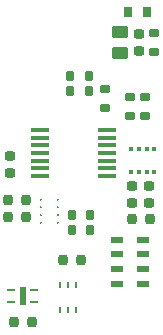
<source format=gbr>
G04 DipTrace 4.3.0.2*
G04 TopPaste.gbr*
%MOIN*%
G04 #@! TF.FileFunction,Paste,Top*
G04 #@! TF.Part,Single*
%AMOUTLINE2*
4,1,28,
-0.026969,-0.011879,
-0.026969,0.011879,
-0.026684,0.014041,
-0.025899,0.015936,
-0.02465,0.017564,
-0.023023,0.018812,
-0.021128,0.019597,
-0.018965,0.019882,
0.018965,0.019882,
0.021128,0.019597,
0.023023,0.018812,
0.02465,0.017564,
0.025899,0.015936,
0.026684,0.014041,
0.026969,0.011879,
0.026969,-0.011879,
0.026684,-0.014041,
0.025899,-0.015936,
0.02465,-0.017564,
0.023023,-0.018812,
0.021128,-0.019597,
0.018965,-0.019882,
-0.018965,-0.019882,
-0.021128,-0.019597,
-0.023023,-0.018812,
-0.02465,-0.017564,
-0.025899,-0.015936,
-0.026684,-0.014041,
-0.026969,-0.011879,
0*%
%AMOUTLINE5*
4,1,28,
0.026969,0.011879,
0.026969,-0.011879,
0.026684,-0.014041,
0.025899,-0.015936,
0.02465,-0.017564,
0.023023,-0.018812,
0.021128,-0.019597,
0.018965,-0.019882,
-0.018965,-0.019882,
-0.021128,-0.019597,
-0.023023,-0.018812,
-0.02465,-0.017564,
-0.025899,-0.015936,
-0.026684,-0.014041,
-0.026969,-0.011879,
-0.026969,0.011879,
-0.026684,0.014041,
-0.025899,0.015936,
-0.02465,0.017564,
-0.023023,0.018812,
-0.021128,0.019597,
-0.018965,0.019882,
0.018965,0.019882,
0.021128,0.019597,
0.023023,0.018812,
0.02465,0.017564,
0.025899,0.015936,
0.026684,0.014041,
0.026969,0.011879,
0*%
%AMOUTLINE8*
4,1,28,
-0.017126,-0.008336,
-0.017126,0.008336,
-0.016882,0.010192,
-0.016215,0.011803,
-0.015154,0.013185,
-0.013771,0.014246,
-0.012161,0.014913,
-0.010304,0.015157,
0.010304,0.015157,
0.012161,0.014913,
0.013771,0.014246,
0.015154,0.013185,
0.016215,0.011803,
0.016882,0.010192,
0.017126,0.008336,
0.017126,-0.008336,
0.016882,-0.010192,
0.016215,-0.011803,
0.015154,-0.013185,
0.013771,-0.014246,
0.012161,-0.014913,
0.010304,-0.015157,
-0.010304,-0.015157,
-0.012161,-0.014913,
-0.013771,-0.014246,
-0.015154,-0.013185,
-0.016215,-0.011803,
-0.016882,-0.010192,
-0.017126,-0.008336,
0*%
%AMOUTLINE11*
4,1,28,
0.017126,0.008336,
0.017126,-0.008336,
0.016882,-0.010192,
0.016215,-0.011803,
0.015154,-0.013185,
0.013771,-0.014246,
0.012161,-0.014913,
0.010304,-0.015157,
-0.010304,-0.015157,
-0.012161,-0.014913,
-0.013771,-0.014246,
-0.015154,-0.013185,
-0.016215,-0.011803,
-0.016882,-0.010192,
-0.017126,-0.008336,
-0.017126,0.008336,
-0.016882,0.010192,
-0.016215,0.011803,
-0.015154,0.013185,
-0.013771,0.014246,
-0.012161,0.014913,
-0.010304,0.015157,
0.010304,0.015157,
0.012161,0.014913,
0.013771,0.014246,
0.015154,0.013185,
0.016215,0.011803,
0.016882,0.010192,
0.017126,0.008336,
0*%
%AMOUTLINE14*
4,1,28,
0.008336,-0.017126,
-0.008335,-0.017126,
-0.010192,-0.016882,
-0.011802,-0.016215,
-0.013185,-0.015154,
-0.014246,-0.013772,
-0.014913,-0.012161,
-0.015157,-0.010305,
-0.015158,0.010303,
-0.014913,0.01216,
-0.014247,0.013771,
-0.013186,0.015153,
-0.011803,0.016214,
-0.010193,0.016881,
-0.008336,0.017126,
0.008335,0.017126,
0.010192,0.016882,
0.011802,0.016215,
0.013185,0.015154,
0.014246,0.013772,
0.014913,0.012161,
0.015157,0.010305,
0.015158,-0.010303,
0.014913,-0.01216,
0.014247,-0.013771,
0.013186,-0.015153,
0.011803,-0.016214,
0.010193,-0.016881,
0.008336,-0.017126,
0*%
%AMOUTLINE17*
4,1,28,
-0.008336,0.017126,
0.008335,0.017126,
0.010192,0.016882,
0.011802,0.016215,
0.013185,0.015154,
0.014246,0.013772,
0.014913,0.012161,
0.015157,0.010305,
0.015158,-0.010303,
0.014913,-0.01216,
0.014247,-0.013771,
0.013186,-0.015153,
0.011803,-0.016214,
0.010193,-0.016881,
0.008336,-0.017126,
-0.008335,-0.017126,
-0.010192,-0.016882,
-0.011802,-0.016215,
-0.013185,-0.015154,
-0.014246,-0.013772,
-0.014913,-0.012161,
-0.015157,-0.010305,
-0.015158,0.010303,
-0.014913,0.01216,
-0.014247,0.013771,
-0.013186,0.015153,
-0.011803,0.016214,
-0.010193,0.016881,
-0.008336,0.017126,
0*%
%AMOUTLINE20*
4,1,28,
-0.008139,0.016339,
0.008139,0.016339,
0.009894,0.016108,
0.011409,0.01548,
0.01271,0.014482,
0.013708,0.01318,
0.014336,0.011665,
0.014567,0.00991,
0.014567,-0.00991,
0.014336,-0.011665,
0.013708,-0.01318,
0.01271,-0.014482,
0.011409,-0.01548,
0.009894,-0.016108,
0.008139,-0.016339,
-0.008139,-0.016339,
-0.009894,-0.016108,
-0.011409,-0.01548,
-0.01271,-0.014482,
-0.013708,-0.01318,
-0.014336,-0.011665,
-0.014567,-0.00991,
-0.014567,0.00991,
-0.014336,0.011665,
-0.013708,0.01318,
-0.01271,0.014482,
-0.011409,0.01548,
-0.009894,0.016108,
-0.008139,0.016339,
0*%
%AMOUTLINE23*
4,1,28,
0.008139,-0.016339,
-0.008139,-0.016339,
-0.009894,-0.016108,
-0.011409,-0.01548,
-0.01271,-0.014482,
-0.013708,-0.01318,
-0.014336,-0.011665,
-0.014567,-0.00991,
-0.014567,0.00991,
-0.014336,0.011665,
-0.013708,0.01318,
-0.01271,0.014482,
-0.011409,0.01548,
-0.009894,0.016108,
-0.008139,0.016339,
0.008139,0.016339,
0.009894,0.016108,
0.011409,0.01548,
0.01271,0.014482,
0.013708,0.01318,
0.014336,0.011665,
0.014567,0.00991,
0.014567,-0.00991,
0.014336,-0.011665,
0.013708,-0.01318,
0.01271,-0.014482,
0.011409,-0.01548,
0.009894,-0.016108,
0.008139,-0.016339,
0*%
%AMOUTLINE26*
4,1,28,
-0.007154,0.017126,
0.007154,0.017126,
0.008706,0.016922,
0.010031,0.016373,
0.011169,0.0155,
0.012042,0.014362,
0.012591,0.013036,
0.012795,0.011485,
0.012795,-0.011485,
0.012591,-0.013036,
0.012042,-0.014362,
0.011169,-0.0155,
0.010031,-0.016373,
0.008706,-0.016922,
0.007154,-0.017126,
-0.007154,-0.017126,
-0.008706,-0.016922,
-0.010031,-0.016373,
-0.011169,-0.0155,
-0.012042,-0.014362,
-0.012591,-0.013036,
-0.012795,-0.011485,
-0.012795,0.011485,
-0.012591,0.013036,
-0.012042,0.014362,
-0.011169,0.0155,
-0.010031,0.016373,
-0.008706,0.016922,
-0.007154,0.017126,
0*%
%AMOUTLINE29*
4,1,28,
0.007154,-0.017126,
-0.007154,-0.017126,
-0.008706,-0.016922,
-0.010031,-0.016373,
-0.011169,-0.0155,
-0.012042,-0.014362,
-0.012591,-0.013036,
-0.012795,-0.011485,
-0.012795,0.011485,
-0.012591,0.013036,
-0.012042,0.014362,
-0.011169,0.0155,
-0.010031,0.016373,
-0.008706,0.016922,
-0.007154,0.017126,
0.007154,0.017126,
0.008706,0.016922,
0.010031,0.016373,
0.011169,0.0155,
0.012042,0.014362,
0.012591,0.013036,
0.012795,0.011485,
0.012795,-0.011485,
0.012591,-0.013036,
0.012042,-0.014362,
0.011169,-0.0155,
0.010031,-0.016373,
0.008706,-0.016922,
0.007154,-0.017126,
0*%
%AMOUTLINE32*
4,1,28,
-0.017126,-0.007154,
-0.017126,0.007154,
-0.016922,0.008706,
-0.016373,0.010031,
-0.0155,0.011169,
-0.014362,0.012042,
-0.013036,0.012591,
-0.011485,0.012795,
0.011485,0.012795,
0.013036,0.012591,
0.014362,0.012042,
0.0155,0.011169,
0.016373,0.010031,
0.016922,0.008706,
0.017126,0.007154,
0.017126,-0.007154,
0.016922,-0.008706,
0.016373,-0.010031,
0.0155,-0.011169,
0.014362,-0.012042,
0.013036,-0.012591,
0.011485,-0.012795,
-0.011485,-0.012795,
-0.013036,-0.012591,
-0.014362,-0.012042,
-0.0155,-0.011169,
-0.016373,-0.010031,
-0.016922,-0.008706,
-0.017126,-0.007154,
0*%
%AMOUTLINE35*
4,1,28,
0.017126,0.007154,
0.017126,-0.007154,
0.016922,-0.008706,
0.016373,-0.010031,
0.0155,-0.011169,
0.014362,-0.012042,
0.013036,-0.012591,
0.011485,-0.012795,
-0.011485,-0.012795,
-0.013036,-0.012591,
-0.014362,-0.012042,
-0.0155,-0.011169,
-0.016373,-0.010031,
-0.016922,-0.008706,
-0.017126,-0.007154,
-0.017126,0.007154,
-0.016922,0.008706,
-0.016373,0.010031,
-0.0155,0.011169,
-0.014362,0.012042,
-0.013036,0.012591,
-0.011485,0.012795,
0.011485,0.012795,
0.013036,0.012591,
0.014362,0.012042,
0.0155,0.011169,
0.016373,0.010031,
0.016922,0.008706,
0.017126,0.007154,
0*%
%AMOUTLINE38*
4,1,20,
-0.00689,-0.007214,
-0.00689,0.007213,
-0.006862,0.007425,
-0.00678,0.007567,
-0.006637,0.007649,
-0.006426,0.007677,
0.006426,0.007677,
0.006637,0.007649,
0.00678,0.007567,
0.006862,0.007425,
0.00689,0.007214,
0.00689,-0.007213,
0.006862,-0.007425,
0.00678,-0.007567,
0.006637,-0.007649,
0.006426,-0.007677,
-0.006426,-0.007677,
-0.006637,-0.007649,
-0.00678,-0.007567,
-0.006862,-0.007425,
-0.00689,-0.007214,
0*%
%AMOUTLINE41*
4,1,4,
0.012795,-0.004921,
-0.012795,-0.004921,
-0.012795,0.004921,
0.012795,0.004921,
0.012795,-0.004921,
0*%
%AMOUTLINE44*
4,1,4,
-0.004331,-0.011614,
-0.004331,0.011614,
0.004331,0.011614,
0.004331,-0.011614,
-0.004331,-0.011614,
0*%
%AMOUTLINE47*
4,1,12,
0.028678,-0.006102,
-0.028678,-0.006102,
-0.028836,-0.006082,
-0.028937,-0.005843,
-0.028937,0.005843,
-0.028916,0.006002,
-0.028678,0.006102,
0.028678,0.006102,
0.028836,0.006082,
0.028937,0.005843,
0.028937,-0.005843,
0.028916,-0.006002,
0.028678,-0.006102,
0*%
%ADD43R,0.023622X0.059055*%
%ADD47R,0.03937X0.019685*%
%ADD55OUTLINE2*%
%ADD58OUTLINE5*%
%ADD61OUTLINE8*%
%ADD64OUTLINE11*%
%ADD67OUTLINE14*%
%ADD70OUTLINE17*%
%ADD73OUTLINE20*%
%ADD76OUTLINE23*%
%ADD79OUTLINE26*%
%ADD82OUTLINE29*%
%ADD85OUTLINE32*%
%ADD88OUTLINE35*%
%ADD91OUTLINE38*%
%ADD94OUTLINE41*%
%ADD97OUTLINE44*%
%ADD100OUTLINE47*%
%FSLAX26Y26*%
G04*
G70*
G90*
G75*
G01*
G04 TopPaste*
%LPD*%
D55*
X812451Y1391486D3*
D58*
Y1458415D3*
D61*
X874950Y1395424D3*
D64*
Y1454479D3*
D61*
X443701Y989173D3*
D64*
Y1048228D3*
X849949Y948227D3*
D61*
X849951Y889172D3*
D64*
X906200Y948227D3*
D61*
X906202Y889172D3*
D67*
X498230Y899951D3*
D70*
X439175Y899949D3*
D67*
X498230Y843701D3*
D70*
X439175D3*
X851672Y837451D3*
D67*
X910727D3*
X516976Y493702D3*
D70*
X457921D3*
D67*
X679479Y699951D3*
D70*
X620424Y699949D3*
D73*
X837402Y1524950D3*
D76*
X900000D3*
D79*
X643651Y1262451D3*
D82*
X706249D3*
D79*
X643652Y1312451D3*
D82*
X706251D3*
D85*
X924950Y1393651D3*
D88*
Y1456249D3*
D85*
X762452Y1206152D3*
D88*
X762450Y1268751D3*
D85*
X893702Y1181152D3*
D88*
Y1243751D3*
D85*
X843699Y1181152D3*
D88*
Y1243751D3*
D79*
X649902Y849950D3*
D82*
X712500D3*
D79*
X649902Y799950D3*
D82*
X712500D3*
D91*
X849066Y993011D3*
X900246Y1069390D3*
X849065Y1069389D3*
X900247Y993012D3*
X925838Y993013D3*
X874656Y1069390D3*
X925837D3*
X874657Y993012D3*
D47*
X800394Y767520D3*
Y669094D3*
X887008Y767520D3*
Y718307D3*
X800394D3*
Y619882D3*
X887008D3*
Y669094D3*
G36*
X603480Y871808D2*
X603032Y871838D1*
X602590Y871926D1*
X602165Y872070D1*
X601761Y872269D1*
X601387Y872519D1*
X601049Y872815D1*
X600753Y873154D1*
X600503Y873528D1*
X600304Y873931D1*
X600159Y874357D1*
X600071Y874798D1*
X600042Y875247D1*
X600071Y875696D1*
X600159Y876137D1*
X600304Y876563D1*
X600503Y876966D1*
X600753Y877340D1*
X601049Y877678D1*
X601387Y877975D1*
X601761Y878224D1*
X602165Y878423D1*
X602590Y878568D1*
X603032Y878656D1*
X603480Y878685D1*
X603507D1*
X603955Y878656D1*
X604396Y878568D1*
X604822Y878423D1*
X605226Y878224D1*
X605600Y877975D1*
X605938Y877678D1*
X606234Y877340D1*
X606484Y876966D1*
X606683Y876563D1*
X606828Y876137D1*
X606915Y875696D1*
X606945Y875247D1*
X606915Y874798D1*
X606828Y874357D1*
X606683Y873931D1*
X606484Y873528D1*
X606234Y873154D1*
X605938Y872815D1*
X605600Y872519D1*
X605226Y872269D1*
X604822Y872070D1*
X604396Y871926D1*
X603955Y871838D1*
X603507Y871808D1*
X603480D1*
G37*
G36*
X600042Y900837D2*
X600072Y901288D1*
X600160Y901731D1*
X600305Y902158D1*
X600504Y902563D1*
X600755Y902938D1*
X601053Y903278D1*
X601392Y903575D1*
X601768Y903826D1*
X602173Y904026D1*
X602600Y904171D1*
X603043Y904259D1*
X603493Y904289D1*
X603944Y904259D1*
X604387Y904171D1*
X604814Y904026D1*
X605219Y903826D1*
X605595Y903575D1*
X605934Y903278D1*
X606232Y902938D1*
X606482Y902563D1*
X606682Y902158D1*
X606827Y901731D1*
X606915Y901288D1*
X606945Y900837D1*
D1*
X606915Y900387D1*
X606827Y899944D1*
X606682Y899516D1*
X606482Y899112D1*
X606232Y898736D1*
X605934Y898397D1*
X605595Y898099D1*
X605219Y897848D1*
X604814Y897649D1*
X604387Y897503D1*
X603944Y897415D1*
X603493Y897386D1*
X603043Y897415D1*
X602600Y897503D1*
X602173Y897649D1*
X601768Y897848D1*
X601392Y898099D1*
X601053Y898397D1*
X600755Y898736D1*
X600504Y899112D1*
X600305Y899516D1*
X600160Y899944D1*
X600072Y900387D1*
X600042Y900837D1*
D1*
G37*
G36*
X603480Y846218D2*
X603032Y846247D1*
X602590Y846335D1*
X602165Y846480D1*
X601761Y846678D1*
X601387Y846928D1*
X601049Y847225D1*
X600753Y847563D1*
X600503Y847937D1*
X600304Y848340D1*
X600159Y848766D1*
X600071Y849207D1*
X600042Y849656D1*
X600071Y850105D1*
X600159Y850546D1*
X600304Y850972D1*
X600503Y851375D1*
X600753Y851749D1*
X601049Y852087D1*
X601387Y852384D1*
X601761Y852634D1*
X602165Y852833D1*
X602590Y852977D1*
X603032Y853065D1*
X603480Y853094D1*
X603507D1*
X603955Y853065D1*
X604396Y852977D1*
X604822Y852833D1*
X605226Y852634D1*
X605600Y852384D1*
X605938Y852087D1*
X606234Y851749D1*
X606484Y851375D1*
X606683Y850972D1*
X606828Y850546D1*
X606915Y850105D1*
X606945Y849656D1*
X606915Y849207D1*
X606828Y848766D1*
X606683Y848340D1*
X606484Y847937D1*
X606234Y847563D1*
X605938Y847225D1*
X605600Y846928D1*
X605226Y846679D1*
X604822Y846480D1*
X604396Y846335D1*
X603955Y846247D1*
X603507Y846218D1*
X603480D1*
G37*
G36*
X600042Y824066D2*
X600072Y824516D1*
X600160Y824959D1*
X600305Y825386D1*
X600504Y825791D1*
X600755Y826167D1*
X601053Y826506D1*
X601392Y826804D1*
X601768Y827055D1*
X602173Y827254D1*
X602600Y827399D1*
X603043Y827488D1*
X603493Y827517D1*
X603944Y827488D1*
X604387Y827399D1*
X604814Y827254D1*
X605219Y827055D1*
X605595Y826804D1*
X605934Y826506D1*
X606232Y826167D1*
X606482Y825791D1*
X606682Y825386D1*
X606827Y824959D1*
X606915Y824516D1*
X606945Y824066D1*
D1*
X606915Y823615D1*
X606827Y823172D1*
X606682Y822745D1*
X606482Y822340D1*
X606232Y821965D1*
X605934Y821625D1*
X605595Y821327D1*
X605219Y821077D1*
X604814Y820877D1*
X604387Y820732D1*
X603944Y820644D1*
X603493Y820614D1*
X603043Y820644D1*
X602600Y820732D1*
X602173Y820877D1*
X601768Y821077D1*
X601392Y821327D1*
X601053Y821625D1*
X600755Y821965D1*
X600504Y822340D1*
X600305Y822745D1*
X600160Y823172D1*
X600072Y823615D1*
X600042Y824066D1*
D1*
G37*
G36*
X546394Y871808D2*
X545945Y871838D1*
X545504Y871926D1*
X545078Y872070D1*
X544675Y872269D1*
X544301Y872519D1*
X543962Y872815D1*
X543666Y873154D1*
X543416Y873528D1*
X543217Y873931D1*
X543073Y874357D1*
X542985Y874798D1*
X542955Y875247D1*
X542985Y875696D1*
X543073Y876137D1*
X543217Y876563D1*
X543416Y876966D1*
X543666Y877340D1*
X543962Y877678D1*
X544301Y877975D1*
X544675Y878224D1*
X545078Y878423D1*
X545504Y878568D1*
X545945Y878656D1*
X546394Y878685D1*
X546420D1*
X546869Y878656D1*
X547310Y878568D1*
X547736Y878423D1*
X548139Y878224D1*
X548513Y877975D1*
X548851Y877678D1*
X549148Y877340D1*
X549398Y876966D1*
X549597Y876563D1*
X549741Y876137D1*
X549829Y875696D1*
X549858Y875247D1*
X549829Y874798D1*
X549741Y874357D1*
X549597Y873931D1*
X549398Y873528D1*
X549148Y873154D1*
X548851Y872815D1*
X548513Y872519D1*
X548139Y872269D1*
X547736Y872070D1*
X547310Y871926D1*
X546869Y871838D1*
X546420Y871808D1*
X546394D1*
G37*
G36*
X542955Y900837D2*
X542985Y901288D1*
X543073Y901731D1*
X543218Y902158D1*
X543418Y902563D1*
X543669Y902938D1*
X543966Y903278D1*
X544306Y903575D1*
X544681Y903826D1*
X545086Y904026D1*
X545514Y904171D1*
X545956Y904259D1*
X546407Y904289D1*
X546857Y904259D1*
X547300Y904171D1*
X547728Y904026D1*
X548133Y903826D1*
X548508Y903575D1*
X548847Y903278D1*
X549145Y902938D1*
X549396Y902563D1*
X549596Y902158D1*
X549741Y901731D1*
X549829Y901288D1*
X549858Y900837D1*
D1*
X549829Y900387D1*
X549741Y899944D1*
X549596Y899516D1*
X549396Y899112D1*
X549145Y898736D1*
X548847Y898397D1*
X548508Y898099D1*
X548133Y897848D1*
X547728Y897649D1*
X547300Y897503D1*
X546857Y897415D1*
X546407Y897386D1*
X545956Y897415D1*
X545514Y897503D1*
X545086Y897649D1*
X544681Y897848D1*
X544306Y898099D1*
X543966Y898397D1*
X543669Y898736D1*
X543418Y899112D1*
X543218Y899516D1*
X543073Y899944D1*
X542985Y900387D1*
X542955Y900837D1*
D1*
G37*
G36*
X546394Y846218D2*
X545945Y846247D1*
X545504Y846335D1*
X545078Y846480D1*
X544675Y846678D1*
X544301Y846928D1*
X543962Y847225D1*
X543666Y847563D1*
X543416Y847937D1*
X543217Y848340D1*
X543073Y848766D1*
X542985Y849207D1*
X542955Y849656D1*
X542985Y850105D1*
X543073Y850546D1*
X543217Y850972D1*
X543416Y851375D1*
X543666Y851749D1*
X543962Y852087D1*
X544301Y852384D1*
X544675Y852634D1*
X545078Y852833D1*
X545504Y852977D1*
X545945Y853065D1*
X546394Y853094D1*
X546420D1*
X546869Y853065D1*
X547310Y852977D1*
X547736Y852833D1*
X548139Y852634D1*
X548513Y852384D1*
X548851Y852087D1*
X549148Y851749D1*
X549398Y851375D1*
X549597Y850972D1*
X549741Y850546D1*
X549829Y850105D1*
X549858Y849656D1*
X549829Y849207D1*
X549741Y848766D1*
X549597Y848340D1*
X549398Y847937D1*
X549148Y847563D1*
X548851Y847225D1*
X548513Y846928D1*
X548139Y846679D1*
X547736Y846480D1*
X547310Y846335D1*
X546869Y846247D1*
X546420Y846218D1*
X546394D1*
G37*
G36*
X542955Y824066D2*
X542985Y824516D1*
X543073Y824959D1*
X543218Y825386D1*
X543418Y825791D1*
X543669Y826167D1*
X543966Y826506D1*
X544306Y826804D1*
X544681Y827055D1*
X545086Y827254D1*
X545514Y827399D1*
X545956Y827488D1*
X546407Y827517D1*
X546857Y827488D1*
X547300Y827399D1*
X547728Y827254D1*
X548133Y827055D1*
X548508Y826804D1*
X548847Y826506D1*
X549145Y826167D1*
X549396Y825791D1*
X549596Y825386D1*
X549741Y824959D1*
X549829Y824516D1*
X549858Y824066D1*
D1*
X549829Y823615D1*
X549741Y823172D1*
X549596Y822745D1*
X549396Y822340D1*
X549145Y821965D1*
X548847Y821625D1*
X548508Y821327D1*
X548133Y821077D1*
X547728Y820877D1*
X547300Y820732D1*
X546857Y820644D1*
X546407Y820614D1*
X545956Y820644D1*
X545514Y820732D1*
X545086Y820877D1*
X544681Y821077D1*
X544306Y821327D1*
X543966Y821625D1*
X543669Y821965D1*
X543418Y822340D1*
X543218Y822745D1*
X543073Y823172D1*
X542985Y823615D1*
X542955Y824066D1*
D1*
G37*
D94*
X525638Y561517D3*
X449260D3*
X525638Y600887D3*
X449260D3*
D43*
X487449Y581202D3*
D97*
X663039Y615110D3*
X611858Y534795D3*
X637449Y615110D3*
X611858D3*
X663039Y534795D3*
X637449D3*
D100*
X543209Y1056202D3*
Y1132974D3*
X769193Y1056202D3*
X543209Y1081793D3*
X769193Y1005021D3*
Y979430D3*
Y1030612D3*
X543209D3*
X769193Y1107383D3*
X543209D3*
Y1005021D3*
X769193Y1081793D3*
X543209Y979430D3*
X769193Y1132974D3*
M02*

</source>
